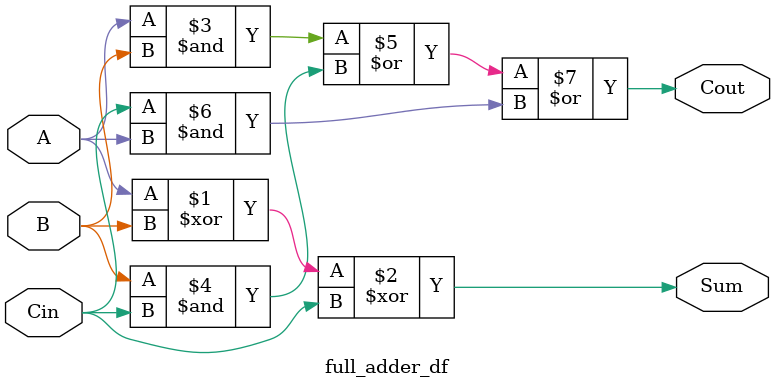
<source format=sv>
module full_adder_df(
  input A,B, Cin,
  output Sum, Cout
);
  assign Sum = A^B^Cin;
  assign Cout= (A&B) |(B&Cin)|(Cin&A);
endmodule

</source>
